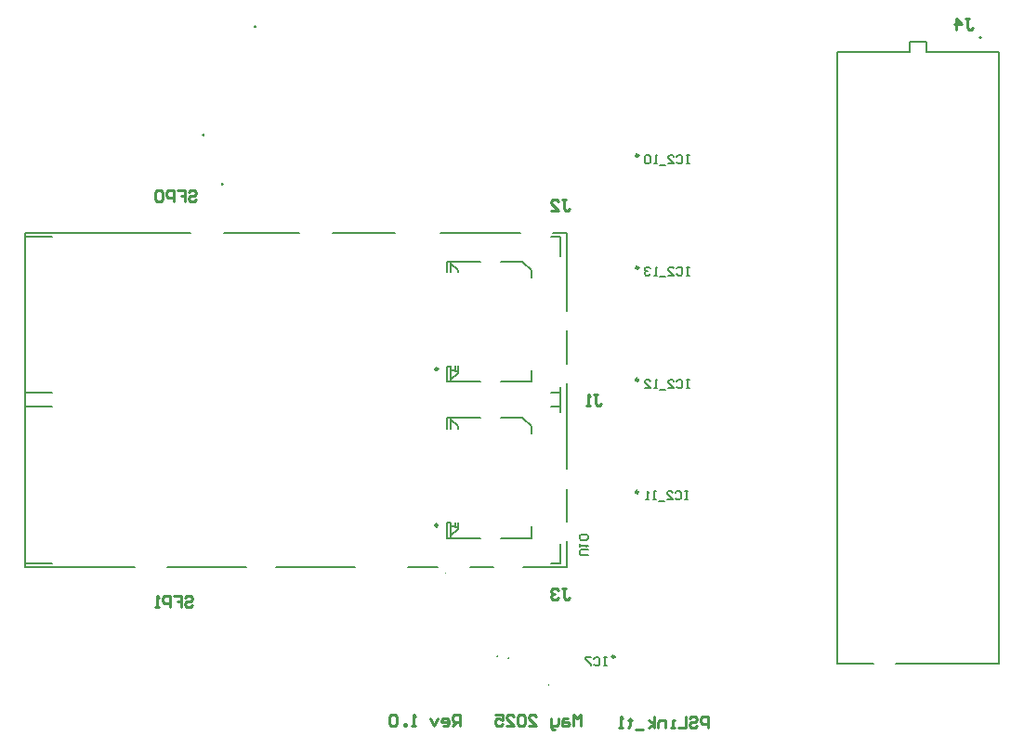
<source format=gbo>
G04*
G04 #@! TF.GenerationSoftware,Altium Limited,Altium Designer,24.2.2 (26)*
G04*
G04 Layer_Color=32896*
%FSLAX26Y26*%
%MOIN*%
G70*
G04*
G04 #@! TF.SameCoordinates,1490CFCF-B2EF-406E-B7EC-920D21FDAB99*
G04*
G04*
G04 #@! TF.FilePolarity,Positive*
G04*
G01*
G75*
%ADD11C,0.007874*%
%ADD12C,0.009842*%
%ADD13C,0.010000*%
%ADD15C,0.003937*%
%ADD17C,0.007000*%
D11*
X2794863Y2292480D02*
G03*
X2794863Y2292480I-3937J0D01*
G01*
X1242023Y-33918D02*
G03*
X1242023Y-33918I-1968J0D01*
G01*
X1058460Y69273D02*
G03*
X1058460Y69273I-1968J0D01*
G01*
X1098636Y65592D02*
G03*
X1098636Y65592I-1968J0D01*
G01*
X961460Y391339D02*
X1044138D01*
X1150437D02*
X1305948D01*
Y483858D01*
Y554724D02*
Y671850D01*
Y743701D02*
Y1050787D01*
Y1121653D02*
Y1239764D01*
Y1310630D02*
Y1592126D01*
X1256736D02*
X1305948D01*
X855161D02*
X1138626D01*
X465397D02*
X689807D01*
X75634D02*
X347287D01*
X-634996D02*
X-42477D01*
X-634996Y391339D02*
Y1592126D01*
Y391339D02*
X-243264D01*
X-125154D02*
X158311D01*
X264610D02*
X548074D01*
X737051D02*
X843350D01*
X-634997Y404960D02*
X-540508D01*
X876814Y494685D02*
X997140D01*
X1071450D02*
X1179964D01*
Y536024D01*
Y870669D02*
Y896260D01*
X1148468Y927756D02*
X1179964Y896260D01*
X1071450Y927756D02*
X1148468D01*
X876814D02*
X997140D01*
X876814Y888386D02*
Y927756D01*
Y549803D02*
X888625D01*
X876814Y494685D02*
Y549803D01*
X888625Y494685D02*
Y551771D01*
Y888386D02*
Y927756D01*
Y919882D02*
X916972Y896260D01*
Y888386D02*
Y896260D01*
Y526181D02*
Y551771D01*
X888625Y502559D02*
X916972Y526181D01*
X888625Y536535D02*
X916972Y534055D01*
X907393Y534893D02*
Y551771D01*
X1282326Y404960D02*
Y474803D01*
X-634997Y1017087D02*
X-540508D01*
X-634997Y404960D02*
Y1017087D01*
X1282326Y947244D02*
Y1017087D01*
X1250831D02*
X1282326D01*
X1250831Y404960D02*
X1282326D01*
X-634997Y965984D02*
X-540508D01*
X876814Y1055708D02*
X997140D01*
X1071450D02*
X1179964D01*
Y1097047D01*
Y1431693D02*
Y1457284D01*
X1148468Y1488780D02*
X1179964Y1457284D01*
X1071450Y1488780D02*
X1148468D01*
X876814D02*
X997140D01*
X876814Y1449409D02*
Y1488780D01*
Y1110827D02*
X888625D01*
X876814Y1055708D02*
Y1110827D01*
X888625Y1055708D02*
Y1112795D01*
Y1449409D02*
Y1488780D01*
Y1480906D02*
X916972Y1457284D01*
Y1449409D02*
Y1457284D01*
Y1087205D02*
Y1112795D01*
X888625Y1063582D02*
X916972Y1087205D01*
X888625Y1097559D02*
X916972Y1095079D01*
X907393Y1095917D02*
Y1112795D01*
X1282326Y965984D02*
Y1035827D01*
X-634997Y1578110D02*
X-540508D01*
X-634997Y965984D02*
Y1578110D01*
X1282326Y1508268D02*
Y1578110D01*
X1250831D02*
X1282326D01*
X1250831Y965984D02*
X1282326D01*
X2537107Y2275787D02*
X2596950D01*
X2537107Y2240748D02*
Y2275787D01*
X2596950Y2240748D02*
Y2275787D01*
X2278052Y44685D02*
Y2240748D01*
X2537107D01*
X2596950D02*
X2856005D01*
Y44685D02*
Y2240748D01*
X2486320Y44685D02*
X2856005D01*
X2278052D02*
X2407579D01*
D12*
X844137Y541024D02*
G03*
X844137Y541024I-4921J0D01*
G01*
Y1102047D02*
G03*
X844137Y1102047I-4921J0D01*
G01*
X1478855Y68270D02*
G03*
X1478855Y68270I-4921J0D01*
G01*
X1563970Y660094D02*
G03*
X1563970Y660094I-4921J0D01*
G01*
Y1869116D02*
G03*
X1563970Y1869116I-4921J0D01*
G01*
Y1466109D02*
G03*
X1563970Y1466109I-4921J0D01*
G01*
Y1063101D02*
G03*
X1563970Y1063101I-4921J0D01*
G01*
D13*
X71567Y1766618D02*
G03*
X71567Y1766618I-394J0D01*
G01*
X188794Y2331932D02*
G03*
X188794Y2331932I-394J0D01*
G01*
X3151Y1942921D02*
G03*
X3151Y1942921I-394J0D01*
G01*
X1815084Y-186872D02*
Y-146885D01*
X1795091D01*
X1788426Y-153549D01*
Y-166878D01*
X1795091Y-173543D01*
X1815084D01*
X1748439Y-153549D02*
X1755104Y-146885D01*
X1768433D01*
X1775097Y-153549D01*
Y-160214D01*
X1768433Y-166878D01*
X1755104D01*
X1748439Y-173543D01*
Y-180207D01*
X1755104Y-186872D01*
X1768433D01*
X1775097Y-180207D01*
X1735110Y-146885D02*
Y-186872D01*
X1708452D01*
X1695123D02*
X1681794D01*
X1688458D01*
Y-160214D01*
X1695123D01*
X1661800Y-186872D02*
Y-160214D01*
X1641807D01*
X1635142Y-166878D01*
Y-186872D01*
X1621813D02*
Y-146885D01*
Y-173543D02*
X1601820Y-160214D01*
X1621813Y-173543D02*
X1601820Y-186872D01*
X1581826Y-193536D02*
X1555168D01*
X1535175Y-153549D02*
Y-160214D01*
X1541839D01*
X1528510D01*
X1535175D01*
Y-180207D01*
X1528510Y-186872D01*
X1508516D02*
X1495188D01*
X1501852D01*
Y-146885D01*
X1508516Y-153549D01*
X-63085Y279759D02*
X-56421Y286424D01*
X-43092D01*
X-36427Y279759D01*
Y273095D01*
X-43092Y266430D01*
X-56421D01*
X-63085Y259766D01*
Y253101D01*
X-56421Y246437D01*
X-43092D01*
X-36427Y253101D01*
X-103072Y286424D02*
X-76414D01*
Y266430D01*
X-89743D01*
X-76414D01*
Y246437D01*
X-116401D02*
Y286424D01*
X-136395D01*
X-143059Y279759D01*
Y266430D01*
X-136395Y259766D01*
X-116401D01*
X-156388Y246437D02*
X-169718D01*
X-163053D01*
Y286424D01*
X-156388Y279759D01*
X-50910Y1737573D02*
X-44246Y1744238D01*
X-30917D01*
X-24252Y1737573D01*
Y1730909D01*
X-30917Y1724244D01*
X-44246D01*
X-50910Y1717580D01*
Y1710915D01*
X-44246Y1704251D01*
X-30917D01*
X-24252Y1710915D01*
X-90897Y1744238D02*
X-64239D01*
Y1724244D01*
X-77568D01*
X-64239D01*
Y1704251D01*
X-104226D02*
Y1744238D01*
X-124220D01*
X-130884Y1737573D01*
Y1724244D01*
X-124220Y1717580D01*
X-104226D01*
X-144213Y1737573D02*
X-150878Y1744238D01*
X-164207D01*
X-170871Y1737573D01*
Y1710915D01*
X-164207Y1704251D01*
X-150878D01*
X-144213Y1710915D01*
Y1737573D01*
X1357325Y-180207D02*
Y-140220D01*
X1343996Y-153549D01*
X1330667Y-140220D01*
Y-180207D01*
X1310673Y-153549D02*
X1297344D01*
X1290680Y-160214D01*
Y-180207D01*
X1310673D01*
X1317338Y-173543D01*
X1310673Y-166878D01*
X1290680D01*
X1277351Y-153549D02*
Y-173543D01*
X1270686Y-180207D01*
X1250693D01*
Y-186872D01*
X1257357Y-193536D01*
X1264022D01*
X1250693Y-180207D02*
Y-153549D01*
X1170718Y-180207D02*
X1197376D01*
X1170718Y-153549D01*
Y-146885D01*
X1177383Y-140220D01*
X1190712D01*
X1197376Y-146885D01*
X1157389D02*
X1150725Y-140220D01*
X1137396D01*
X1130731Y-146885D01*
Y-173543D01*
X1137396Y-180207D01*
X1150725D01*
X1157389Y-173543D01*
Y-146885D01*
X1090744Y-180207D02*
X1117402D01*
X1090744Y-153549D01*
Y-146885D01*
X1097409Y-140220D01*
X1110738D01*
X1117402Y-146885D01*
X1050757Y-140220D02*
X1077415D01*
Y-160214D01*
X1064086Y-153549D01*
X1057421D01*
X1050757Y-160214D01*
Y-173543D01*
X1057421Y-180207D01*
X1070751D01*
X1077415Y-173543D01*
X922113Y-180843D02*
Y-140856D01*
X902120D01*
X895455Y-147520D01*
Y-160849D01*
X902120Y-167514D01*
X922113D01*
X908784D02*
X895455Y-180843D01*
X862133D02*
X875462D01*
X882126Y-174178D01*
Y-160849D01*
X875462Y-154185D01*
X862133D01*
X855468Y-160849D01*
Y-167514D01*
X882126D01*
X842139Y-154185D02*
X828810Y-180843D01*
X815481Y-154185D01*
X762165Y-180843D02*
X748836D01*
X755500D01*
Y-140856D01*
X762165Y-147520D01*
X728842Y-180843D02*
Y-174178D01*
X722178D01*
Y-180843D01*
X728842D01*
X695519Y-147520D02*
X688855Y-140856D01*
X675526D01*
X668861Y-147520D01*
Y-174178D01*
X675526Y-180843D01*
X688855D01*
X695519Y-174178D01*
Y-147520D01*
X1404651Y1011726D02*
X1417980D01*
X1411316D01*
Y978403D01*
X1417980Y971739D01*
X1424645D01*
X1431309Y978403D01*
X1391322Y971739D02*
X1377993D01*
X1384658D01*
Y1011726D01*
X1391322Y1005061D01*
X1288991Y312629D02*
X1302320D01*
X1295656D01*
Y279307D01*
X1302320Y272642D01*
X1308985D01*
X1315649Y279307D01*
X1275662Y305965D02*
X1268997Y312629D01*
X1255668D01*
X1249004Y305965D01*
Y299300D01*
X1255668Y292636D01*
X1262333D01*
X1255668D01*
X1249004Y285971D01*
Y279307D01*
X1255668Y272642D01*
X1268997D01*
X1275662Y279307D01*
X1288991Y1710822D02*
X1302320D01*
X1295656D01*
Y1677500D01*
X1302320Y1670835D01*
X1308985D01*
X1315649Y1677500D01*
X1249004Y1670835D02*
X1275662D01*
X1249004Y1697493D01*
Y1704158D01*
X1255668Y1710822D01*
X1268997D01*
X1275662Y1704158D01*
X2736664Y2359994D02*
X2749994D01*
X2743329D01*
Y2326671D01*
X2749994Y2320006D01*
X2756658D01*
X2763323Y2326671D01*
X2703342Y2320006D02*
Y2359994D01*
X2723335Y2340000D01*
X2696677D01*
D15*
X872878Y373622D02*
G03*
X872878Y369685I0J-1968D01*
G01*
D02*
G03*
X872878Y373622I0J1968D01*
G01*
D17*
X1382818Y433007D02*
X1357826D01*
X1352828Y438006D01*
Y448003D01*
X1357826Y453001D01*
X1382818D01*
X1352828Y462998D02*
Y472995D01*
Y467996D01*
X1382818D01*
X1377820Y462998D01*
Y487990D02*
X1382818Y492988D01*
Y502985D01*
X1377820Y507983D01*
X1357826D01*
X1352828Y502985D01*
Y492988D01*
X1357826Y487990D01*
X1377820D01*
X1449066Y66291D02*
X1439069D01*
X1444067D01*
Y36301D01*
X1449066D01*
X1439069D01*
X1404080Y61293D02*
X1409079Y66291D01*
X1419075D01*
X1424074Y61293D01*
Y41299D01*
X1419075Y36301D01*
X1409079D01*
X1404080Y41299D01*
X1394083Y66291D02*
X1374090D01*
Y61293D01*
X1394083Y41299D01*
Y36301D01*
X1746738Y1467564D02*
X1736741D01*
X1741739D01*
Y1437573D01*
X1746738D01*
X1736741D01*
X1701752Y1462565D02*
X1706751Y1467564D01*
X1716747D01*
X1721746Y1462565D01*
Y1442572D01*
X1716747Y1437573D01*
X1706751D01*
X1701752Y1442572D01*
X1671762Y1437573D02*
X1691756D01*
X1671762Y1457567D01*
Y1462565D01*
X1676760Y1467564D01*
X1686757D01*
X1691756Y1462565D01*
X1661765Y1432575D02*
X1641772D01*
X1631775Y1437573D02*
X1621778D01*
X1626777D01*
Y1467564D01*
X1631775D01*
X1606783Y1462565D02*
X1601785Y1467564D01*
X1591788D01*
X1586790Y1462565D01*
Y1457567D01*
X1591788Y1452569D01*
X1596786D01*
X1591788D01*
X1586790Y1447570D01*
Y1442572D01*
X1591788Y1437573D01*
X1601785D01*
X1606783Y1442572D01*
X1746738Y1063520D02*
X1736741D01*
X1741739D01*
Y1033529D01*
X1746738D01*
X1736741D01*
X1701752Y1058521D02*
X1706751Y1063520D01*
X1716747D01*
X1721746Y1058521D01*
Y1038528D01*
X1716747Y1033529D01*
X1706751D01*
X1701752Y1038528D01*
X1671762Y1033529D02*
X1691756D01*
X1671762Y1053523D01*
Y1058521D01*
X1676760Y1063520D01*
X1686757D01*
X1691756Y1058521D01*
X1661765Y1028531D02*
X1641772D01*
X1631775Y1033529D02*
X1621778D01*
X1626777D01*
Y1063520D01*
X1631775D01*
X1586790Y1033529D02*
X1606783D01*
X1586790Y1053523D01*
Y1058521D01*
X1591788Y1063520D01*
X1601785D01*
X1606783Y1058521D01*
X1741739Y663281D02*
X1731743D01*
X1736741D01*
Y633291D01*
X1741739D01*
X1731743D01*
X1696754Y658283D02*
X1701752Y663281D01*
X1711749D01*
X1716747Y658283D01*
Y638289D01*
X1711749Y633291D01*
X1701752D01*
X1696754Y638289D01*
X1666764Y633291D02*
X1686757D01*
X1666764Y653284D01*
Y658283D01*
X1671762Y663281D01*
X1681759D01*
X1686757Y658283D01*
X1656767Y628292D02*
X1636773D01*
X1626777Y633291D02*
X1616780D01*
X1621778D01*
Y663281D01*
X1626777D01*
X1601785Y633291D02*
X1591788D01*
X1596786D01*
Y663281D01*
X1601785Y658283D01*
X1746738Y1870263D02*
X1736741D01*
X1741739D01*
Y1840273D01*
X1746738D01*
X1736741D01*
X1701752Y1865265D02*
X1706751Y1870263D01*
X1716747D01*
X1721746Y1865265D01*
Y1845271D01*
X1716747Y1840273D01*
X1706751D01*
X1701752Y1845271D01*
X1671762Y1840273D02*
X1691756D01*
X1671762Y1860266D01*
Y1865265D01*
X1676760Y1870263D01*
X1686757D01*
X1691756Y1865265D01*
X1661765Y1835274D02*
X1641772D01*
X1631775Y1840273D02*
X1621778D01*
X1626777D01*
Y1870263D01*
X1631775D01*
X1606783Y1865265D02*
X1601785Y1870263D01*
X1591788D01*
X1586790Y1865265D01*
Y1845271D01*
X1591788Y1840273D01*
X1601785D01*
X1606783Y1845271D01*
Y1865265D01*
M02*

</source>
